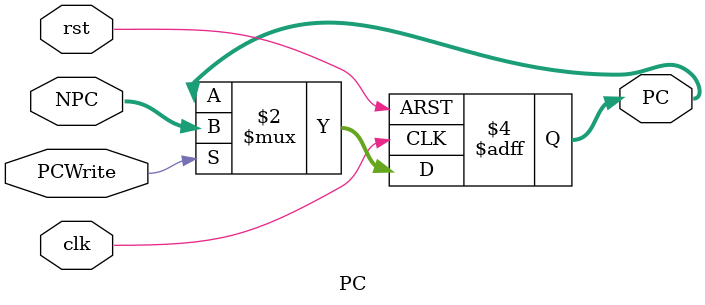
<source format=v>
module PC( clk, rst, NPC, PC, PCWrite);

  input              clk;
  input              rst;
  input       [31:0] NPC;
  input              PCWrite;
  
  output reg  [31:0] PC;

  always @(posedge clk, posedge rst)
    if (rst) 
      PC <= 32'h0000_0000;
//      PC <= 32'h0000_3000;
    else if (PCWrite)
      PC <= NPC;
      
endmodule


</source>
